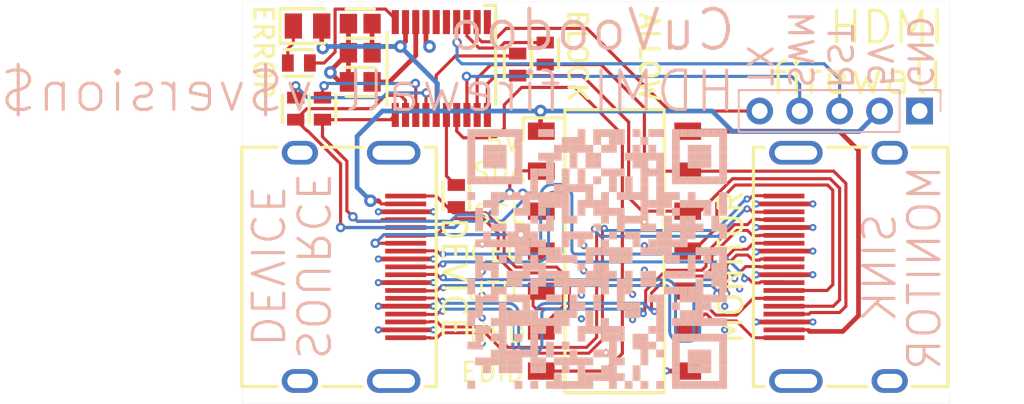
<source format=kicad_pcb>
(kicad_pcb (version 20211014) (generator pcbnew)

  (general
    (thickness 1.59)
  )

  (paper "A4")
  (title_block
    (title "HDMI firewall")
    (date "$date$")
    (rev "$version$.$revision$")
    (company "CuVoodoo")
    (comment 1 "King Kévin")
    (comment 2 "CERN-OHL-S")
  )

  (layers
    (0 "F.Cu" signal)
    (1 "In1.Cu" power)
    (2 "In2.Cu" power)
    (31 "B.Cu" signal)
    (33 "F.Adhes" user "F.Adhesive")
    (35 "F.Paste" user)
    (36 "B.SilkS" user "B.Silkscreen")
    (37 "F.SilkS" user "F.Silkscreen")
    (38 "B.Mask" user)
    (39 "F.Mask" user)
    (40 "Dwgs.User" user "User.Drawings")
    (44 "Edge.Cuts" user)
    (45 "Margin" user)
    (46 "B.CrtYd" user "B.Courtyard")
    (47 "F.CrtYd" user "F.Courtyard")
    (48 "B.Fab" user)
    (49 "F.Fab" user)
  )

  (setup
    (stackup
      (layer "F.SilkS" (type "Top Silk Screen") (color "White"))
      (layer "F.Paste" (type "Top Solder Paste"))
      (layer "F.Mask" (type "Top Solder Mask") (color "Green") (thickness 0.01))
      (layer "F.Cu" (type "copper") (thickness 0.035))
      (layer "dielectric 1" (type "core") (thickness 0.2) (material "FR4") (epsilon_r 4.6) (loss_tangent 0.02))
      (layer "In1.Cu" (type "copper") (thickness 0.0175))
      (layer "dielectric 2" (type "prepreg") (thickness 1.065) (material "FR4") (epsilon_r 4.6) (loss_tangent 0.02))
      (layer "In2.Cu" (type "copper") (thickness 0.0175))
      (layer "dielectric 3" (type "core") (thickness 0.2) (material "FR4") (epsilon_r 4.6) (loss_tangent 0.02))
      (layer "B.Cu" (type "copper") (thickness 0.035))
      (layer "B.Mask" (type "Bottom Solder Mask") (color "Green") (thickness 0.01))
      (layer "B.SilkS" (type "Bottom Silk Screen") (color "White"))
      (copper_finish "None")
      (dielectric_constraints yes)
    )
    (pad_to_mask_clearance 0)
    (pcbplotparams
      (layerselection 0x00010fc_ffffffff)
      (disableapertmacros false)
      (usegerberextensions false)
      (usegerberattributes true)
      (usegerberadvancedattributes true)
      (creategerberjobfile true)
      (svguseinch false)
      (svgprecision 6)
      (excludeedgelayer true)
      (plotframeref false)
      (viasonmask false)
      (mode 1)
      (useauxorigin false)
      (hpglpennumber 1)
      (hpglpenspeed 20)
      (hpglpendiameter 15.000000)
      (dxfpolygonmode true)
      (dxfimperialunits true)
      (dxfusepcbnewfont true)
      (psnegative false)
      (psa4output false)
      (plotreference true)
      (plotvalue true)
      (plotinvisibletext false)
      (sketchpadsonfab false)
      (subtractmaskfromsilk false)
      (outputformat 1)
      (mirror false)
      (drillshape 1)
      (scaleselection 1)
      (outputdirectory "")
    )
  )

  (net 0 "")
  (net 1 "GND")
  (net 2 "Net-(C1-Pad2)")
  (net 3 "+5V")
  (net 4 "Net-(D1-Pad1)")
  (net 5 "/D2+")
  (net 6 "/D2-")
  (net 7 "/D1+")
  (net 8 "/D1-")
  (net 9 "/D0+")
  (net 10 "/D0-")
  (net 11 "/CK+")
  (net 12 "/CK-")
  (net 13 "/CEC")
  (net 14 "/HEAC_D+")
  (net 15 "/SCL_SRC")
  (net 16 "/SDA_SRC")
  (net 17 "/HEAC_D-")
  (net 18 "Net-(J2-Pad13)")
  (net 19 "/HEAC_SNK+")
  (net 20 "/SCL_SNK")
  (net 21 "/SDA_SNK")
  (net 22 "Net-(SW1-Pad14)")
  (net 23 "/HEAC_SNK-")
  (net 24 "/RST")
  (net 25 "/SWIM")
  (net 26 "/TX")
  (net 27 "/HPD_PU")
  (net 28 "Net-(R4-Pad1)")
  (net 29 "/SDA_SRC_PU")
  (net 30 "/EDID")
  (net 31 "/SCL_SRC_PU")
  (net 32 "unconnected-(U1-Pad5)")
  (net 33 "/SCL_SNK_PU")
  (net 34 "/SDA_SNK_PU")
  (net 35 "unconnected-(U1-Pad6)")
  (net 36 "unconnected-(U1-Pad1)")

  (footprint "qeda:UC1608X55N" (layer "F.Cu") (at 67.1 61.45))

  (footprint "qeda:UC1608X55N" (layer "F.Cu") (at 52.95 64.95 180))

  (footprint "qeda:CONNECTOR_HDMI-001S" (layer "F.Cu") (at 86.5 75 -90))

  (footprint "kikit:Tab" (layer "F.Cu") (at 47.6 75))

  (footprint "qeda:CAPC1608X92N" (layer "F.Cu") (at 55.35 61.4 90))

  (footprint "qeda:SOP254P976X355-14N" (layer "F.Cu") (at 71.5 74))

  (footprint "qeda:CONNECTOR_HDMI-001S" (layer "F.Cu") (at 54 75 90))

  (footprint "qeda:LEDC2012X80N" (layer "F.Cu") (at 52 59.7 90))

  (footprint "qeda:CAPC1608X92N" (layer "F.Cu") (at 55.35 59.55 90))

  (footprint "qeda:UC1608X55N" (layer "F.Cu") (at 65.35 62.15 180))

  (footprint "qeda:UC1608X55N" (layer "F.Cu") (at 51.25 64.95 180))

  (footprint "qeda:SOP65P640X120-20N" (layer "F.Cu") (at 60.5 62.4 -90))

  (footprint "kikit:Tab" (layer "F.Cu") (at 93.05 75 180))

  (footprint "qeda:UC1608X55N" (layer "F.Cu") (at 61.45 70.5 180))

  (footprint "qeda:CAPC1608X92N" (layer "F.Cu") (at 55.35 63.25 90))

  (footprint "qeda:UC1608X55N" (layer "F.Cu") (at 51.45 62.05 -90))

  (footprint "Connector_PinSocket_2.54mm:PinSocket_1x05_P2.54mm_Vertical" (layer "B.Cu") (at 90.88 65.1 90))

  (footprint "custom:qr" (layer "B.Cu") (at 70.4 74.5 180))

  (gr_rect (start 47.85 58.15) (end 92.8 83.7) (layer "Edge.Cuts") (width 0.01) (fill none) (tstamp f0146902-4434-4b0f-b356-212cd68fedb2))
  (gr_text "TX" (at 80.7 63.65 270) (layer "B.SilkS") (tstamp 0c5f848f-0019-403a-82c9-a37b1ed1c370)
    (effects (font (size 1.5 1.5) (thickness 0.2)) (justify left mirror))
  )
  (gr_text "5V" (at 88.35 63.65 270) (layer "B.SilkS") (tstamp 1cdc715f-35da-4031-90b3-2b1ff424be14)
    (effects (font (size 1.5 1.5) (thickness 0.2)) (justify left mirror))
  )
  (gr_text "DEVICE" (at 49.4 74.95 270) (layer "B.SilkS") (tstamp 2c597ce7-f11b-4c21-aadd-c78376cd4545)
    (effects (font (size 2 2) (thickness 0.2)) (justify mirror))
  )
  (gr_text "HDMI firewall v$version$" (at 79.35 63.85) (layer "B.SilkS") (tstamp 47d2de52-f49e-423a-b420-37362595aee9)
    (effects (font (size 2.5 2.5) (thickness 0.2)) (justify left mirror))
  )
  (gr_text "RST" (at 85.8 63.8 270) (layer "B.SilkS") (tstamp 740fd393-eab6-46ac-8b63-b338c8b36286)
    (effects (font (size 1.5 1.5) (thickness 0.2)) (justify left mirror))
  )
  (gr_text "SINK" (at 88.35 75.05 90) (layer "B.SilkS") (tstamp 7cba4e0b-0649-45cd-8cb6-8dd5b80fbe60)
    (effects (font (size 2 2) (thickness 0.2)) (justify mirror))
  )
  (gr_text "GND" (at 90.88 63.77 270) (layer "B.SilkS") (tstamp 83c32e93-ec61-4fc4-bcb8-11c9d1bb60e5)
    (effects (font (size 1.5 1.5) (thickness 0.2)) (justify left mirror))
  )
  (gr_text "MONITOR" (at 91.2 75.05 90) (layer "B.SilkS") (tstamp b7a9cebd-bbc2-4903-8147-14f38735f3a2)
    (effects (font (size 2 2) (thickness 0.2)) (justify mirror))
  )
  (gr_text "CuVoodoo" (at 79.35 59.95) (layer "B.SilkS") (tstamp e33f2640-6147-4605-84c4-295ca3d1c887)
    (effects (font (size 2.5 2.5) (thickness 0.25)) (justify left mirror))
  )
  (gr_text "SWM" (at 83.3 63.75 270) (layer "B.SilkS") (tstamp ef25fc1a-2019-46ad-a259-cfd9f82b52be)
    (effects (font (size 1.5 1.5) (thickness 0.2)) (justify left mirror))
  )
  (gr_text "SOURCE" (at 52.3 74.95 270) (layer "B.SilkS") (tstamp ef4847e7-89c8-4006-8a67-c07998e5f164)
    (effects (font (size 2 2) (thickness 0.2)) (justify mirror))
  )
  (gr_text "HPD" (at 66 79.2) (layer "F.SilkS") (tstamp 2763916d-9ecc-4556-9441-121441775248)
    (effects (font (size 1.2 1.2) (thickness 0.16)) (justify right))
  )
  (gr_text "ERROR" (at 49.2 64.45 270) (layer "F.SilkS") (tstamp 497d903d-a683-4b2e-b5d4-2286f1cfcbad)
    (effects (font (size 1.2 1.2) (thickness 0.2)) (justify right))
  )
  (gr_text "EDID" (at 65.9 81.7) (layer "F.SilkS") (tstamp 4dee5168-4f51-483e-9d9a-37d92ae901ea)
    (effects (font (size 1.2 1.2) (thickness 0.16)) (justify right))
  )
  (gr_text "SDA" (at 65.95 69) (layer "F.SilkS") (tstamp 5dfa2e7f-530f-44ae-905f-bddb3d619752)
    (effects (font (size 1.2 1.2) (thickness 0.16)) (justify right))
  )
  (gr_text "MONITOR" (at 78.9 75 90) (layer "F.SilkS") (tstamp 6d59aa18-c021-422f-ad9f-81837e6c0b48)
    (effects (font (size 1.5 1.5) (thickness 0.2)))
  )
  (gr_text "BLOCK" (at 69.15 64.65 270) (layer "F.SilkS") (tstamp 83fbe59b-a59c-4098-8d1f-4a61a45b5486)
    (effects (font (size 1.2 1.2) (thickness 0.2)) (justify right))
  )
  (gr_text "SCL" (at 65.95 71.65) (layer "F.SilkS") (tstamp 89c8a35d-3c44-4e2a-86f8-0957371e37cd)
    (effects (font (size 1.2 1.2) (thickness 0.16)) (justify right))
  )
  (gr_text "UTIL" (at 65.9 76.6) (layer "F.SilkS") (tstamp 98de9a7e-656d-4135-8bd0-809035f2e3a3)
    (effects (font (size 1.2 1.2) (thickness 0.16)) (justify right))
  )
  (gr_text "HDMI\nfirewall" (at 92.6 61.4) (layer "F.SilkS") (tstamp a8ba6a4c-c8c9-43af-b001-3e1850f5f57a)
    (effects (font (size 2 2) (thickness 0.2)) (justify right))
  )
  (gr_text "CEC" (at 65.9 74.1) (layer "F.SilkS") (tstamp ad6729fb-9aa4-42bf-afee-63f6d49c5850)
    (effects (font (size 1.2 1.2) (thickness 0.16)) (justify right))
  )
  (gr_text "5V" (at 65.6 67.1) (layer "F.SilkS") (tstamp c9706b15-2062-431c-a6e4-3d87a8073382)
    (effects (font (size 1.2 1.2) (thickness 0.16)) (justify right))
  )
  (gr_text "ALLOW" (at 73.7 64.6 270) (layer "F.SilkS") (tstamp d6e6acfd-ff08-405f-83ab-b581ecd673c2)
    (effects (font (size 1.2 1.2) (thickness 0.2)) (justify right))
  )
  (gr_text "DEVICE" (at 61.3 75.7 270) (layer "F.SilkS") (tstamp fe79ef0f-61de-44d4-bd3f-a04037e674f7)
    (effects (font (size 1.5 1.5) (thickness 0.2)))
  )

  (segment (start 82.265 71) (end 80.5 71) (width 0.3) (layer "F.Cu") (net 1) (tstamp 030ef409-0b8b-4748-b7c1-c06cdcec382f))
  (segment (start 54.6 61.4) (end 53.45227 62.54773) (width 0.3) (layer "F.Cu") (net 1) (tstamp 0923a501-3332-4d74-9a1d-615f108b72f0))
  (segment (start 60 77.5) (end 58.235 77.5) (width 0.3) (layer "F.Cu") (net 1) (tstamp 13c513c0-2797-4fab-bb0b-631564f96e84))
  (segment (start 59.75 61) (end 59.525 60.775) (width 0.3) (layer "F.Cu") (net 1) (tstamp 16eca261-73f9-4613-aed1-9a83ff90830f))
  (segment (start 80.55 74) (end 80.5 74.05) (width 0.3) (layer "F.Cu") (net 1) (tstamp 199862ed-46c9-48b0-9a34-16f964f2b67c))
  (segment (start 82.265 71) (end 84.1 71) (width 0.3) (layer "F.Cu") (net 1) (tstamp 1e105fb8-f4a3-46ed-ab85-cfbb820f701a))
  (segment (start 74.82 81.62) (end 74.8 81.6) (width 0.3) (layer "F.Cu") (net 1) (tstamp 208199e5-c54a-41a6-b035-22d52b6c168a))
  (segment (start 82.265 78.5) (end 84.1 78.5) (width 0.3) (layer "F.Cu") (net 1) (tstamp 31b28111-e171-4187-9ddf-202037d12ca1))
  (segment (start 59.525 60.775) (end 59.525 59.45) (width 0.3) (layer "F.Cu") (net 1) (tstamp 3f4d465b-8f99-45ef-bd1d-306058a78e1f))
  (segment (start 82.265 75.5) (end 84.1 75.5) (width 0.3) (layer "F.Cu") (net 1) (tstamp 437cd497-cd5a-408b-83c2-96d66eaa34e9))
  (segment (start 82.265 72.5) (end 84.1 72.5) (width 0.3) (layer "F.Cu") (net 1) (tstamp 4b8b41b0-d4b5-4613-be35-772c57e0a873))
  (segment (start 82.265 74) (end 80.55 74) (width 0.3) (layer "F.Cu") (net 1) (tstamp 4c575d4c-696c-425d-9ff8-04beb7aed8cd))
  (segment (start 58.235 74.5) (end 56.5 74.5) (width 0.3) (layer "F.Cu") (net 1) (tstamp 5608f937-7766-49ea-9dcf-ba5101e43643))
  (segment (start 54.6 62.35) (end 54.6 61.4) (width 0.3) (layer "F.Cu") (net 1) (tstamp 64764f21-bed4-48d1-aeee-18e56b7724ac))
  (segment (start 76.15 81.62) (end 74.82 81.62) (width 0.3) (layer "F.Cu") (net 1) (tstamp 747073eb-53e7-442f-9534-47a84da741fb))
  (segment (start 82.265 75.5) (end 80.5 75.5) (width 0.3) (layer "F.Cu") (net 1) (tstamp 7604004b-c093-4f13-ba1c-ec520e3d57e9))
  (segment (start 80.5 78.5) (end 82.265 78.5) (width 0.3) (layer "F.Cu") (net 1) (tstamp 7defaae6-a866-44cd-a66f-77359d319367))
  (segment (start 53.45227 62.54773) (end 53.45227 62.6505) (width 0.3) (layer "F.Cu") (net 1) (tstamp 848312ed-a3d0-48e3-9769-fc432d6ac9ee))
  (segment (start 54.6 63.25) (end 54.6 62.35) (width 0.3) (layer "F.Cu") (net 1) (tstamp 9c6e3529-800f-4fc7-bd4d-e8dfb8025f43))
  (segment (start 53.45227 62.6505) (end 54.05177 63.25) (width 0.3) (layer "F.Cu") (net 1) (tstamp 9e42e302-1e7a-4d31-8355-842e0f63a38f))
  (segment (start 58.235 76) (end 56.5 76) (width 0.3) (layer "F.Cu") (net 1) (tstamp a007faf4-14b9-4ecd-b115-e2dddc697411))
  (segment (start 82.265 74) (end 84.1 74) (width 0.3) (layer "F.Cu") (net 1) (tstamp ae7bd550-8e0d-4f62-b9b7-a7df709bb3ba))
  (segment (start 58.235 71.5) (end 60 71.5) (width 0.3) (layer "F.Cu") (net 1) (tstamp b597e2cc-ba82-48ef-9f7b-8d2f14850382))
  (segment (start 58.235 77.5) (end 56.5 77.5) (width 0.3) (layer "F.Cu") (net 1) (tstamp b796e7ba-75e9-4204-bfd0-7de2ee636f1c))
  (segment (start 58.235 74.5) (end 60 74.5) (width 0.3) (layer "F.Cu") (net 1) (tstamp b8261154-629a-4363-bb06-420b6c604c2f))
  (segment (start 60 79) (end 58.235 79) (width 0.3) (layer "F.Cu") (net 1) (tstamp b909327e-a584-45b5-84ed-0ad275fbc7e2))
  (segment (start 58.235 79) (end 56.5 79) (width 0.3) (layer "F.Cu") (net 1) (tstamp c76c9861-8233-4ce5-823b-3b9b2d7ab6b6))
  (segment (start 80.5 72.5) (end 82.265 72.5) (width 0.3) (layer "F.Cu") (net 1) (tstamp d07bf469-9c65-4e19-abdc-0e9808d255b5))
  (segment (start 60 76) (end 58.235 76) (width 0.3) (layer "F.Cu") (net 1) (tstamp d5a0d335-4cc3-4ce4-b512-7d024da7957a))
  (segment (start 54.05177 63.25) (end 54.6 63.25) (width 0.3) (layer "F.Cu") (net 1) (tstamp ebe855cc-34bc-42f2-b62e-0c0a60b7b6ac))
  (segment (start 54.6 61.4) (end 54.6 59.55) (width 0.3) (layer "F.Cu") (net 1) (tstamp f85c731f-a1ea-46ef-aa7b-a38fe5bc0c71))
  (segment (start 58.235 71.5) (end 56.5 71.5) (width 0.3) (layer "F.Cu") (net 1) (tstamp fa5b9160-84c1-4398-a844-8dcce0b20d5a))
  (via (at 78.5 77.5) (size 0.45) (drill 0.2) (layers "F.Cu" "B.Cu") (free) (net 1) (tstamp 13156a3b-ca30-43a7-a050-d574dd9061e1))
  (via (at 56.5 71.5) (size 0.45) (drill 0.2) (layers "F.Cu" "B.Cu") (free) (net 1) (tstamp 1b5b5bad-4c27-4249-af50-2541dad5fa2c))
  (via (at 60 74.5) (size 0.45) (drill 0.2) (layers "F.Cu" "B.Cu") (free) (net 1) (tstamp 1c5e9f0d-68d2-4c12-a5e8-48104048e35c))
  (via (at 84.1 72.5) (size 0.45) (drill 0.2) (layers "F.Cu" "B.Cu") (free) (net 1) (tstamp 2198bf5f-4db5-402d-aeb9-b94b121b1a3b))
  (via (at 73.4 73.65) (size 0.45) (drill 0.2) (layers "F.Cu" "B.Cu") (free) (net 1) (tstamp 230b25cc-e2aa-41e0-8891-08c9246b82d6))
  (via (at 56.5 76) (size 0.45) (drill 0.2) (layers "F.Cu" "B.Cu") (free) (net 1) (tstamp 25915e41-795d-42e2-abd2-cf64c0e69c20))
  (via (at 78.5 79) (size 0.45) (drill 0.2) (layers "F.Cu" "B.Cu") (free) (net 1) (tstamp 2ef38574-8043-4097-a6fd-ae69406945f3))
  (via (at 73.4 72.15) (size 0.45) (drill 0.2) (layers "F.Cu" "B.Cu") (free) (net 1) (tstamp 311d7601-769e-4dd5-9372-55a086801313))
  (via (at 84.1 78.5) (size 0.45) (drill 0.2) (layers "F.Cu" "B.Cu") (free) (net 1) (tstamp 33799ef9-48a6-49f5-bd14-2b77e65dcf1d))
  (via (at 80.5 71) (size 0.45) (drill 0.2) (layers "F.Cu" "B.Cu") (free) (net 1) (tstamp 3df18c45-3271-407e-96f6-36c1cc3c2a8f))
  (via (at 70.95 80.45) (size 0.45) (drill 0.2) (layers "F.Cu" "B.Cu") (free) (net 1) (tstamp 49e2fa09-97e2-4d2f-aa19-0cf1a58f3c7a))
  (via (at 73.4 75.20517) (size 0.45) (drill 0.2) (layers "F.Cu" "B.Cu") (free) (net 1) (tstamp 52e50b84-bed4-4e6a-9afe-d8affbbe8324))
  (via (at 79.65 73.25) (size 0.45) (drill 0.2) (layers "F.Cu" "B.Cu") (free) (net 1) (tstamp 5ad761ca-5dda-460b-83ba-4ff93d01ab7f))
  (via (at 59.75 61) (size 0.8) (drill 0.4) (layers "F.Cu" "B.Cu") (free) (net 1) (tstamp 5afe85f4-f78a-4e0f-be10-eba839eb97a1))
  (via (at 56.5 77.5) (size 0.45) (drill 0.2) (layers "F.Cu" "B.Cu") (free) (net 1) (tstamp 5d73ed84-2da5-4113-943d-b00923919726))
  (via (at 60 79) (size 0.45) (drill 0.2) (layers "F.Cu" "B.Cu") (free) (net 1) (tstamp 60e564b8-f8ff-45bd-ad02-02ecbad1743b))
  (via (at 80.5 78.5) (size 0.45) (drill 0.2) (layers "F.Cu" "B.Cu") (free) (net 1) (tstamp 60fbf618-acc9-4b1b-9b1b-c511379d9387))
  (via (at 69.4 76.79483) (size 0.45) (drill 0.2) (layers "F.Cu" "B.Cu") (free) (net 1) (tstamp 7eaafd7e-21f6-440f-b525-a59e0522084f))
  (via (at 84.1 74) (size 0.45) (drill 0.2) (layers "F.Cu" "B.Cu") (free) (net 1) (tstamp 81d08eb9-eff3-44f2-b81a-11643210ae93))
  (via (at 63.1 73.55) (size 0.45) (drill 0.2) (layers "F.Cu" "B.Cu") (free) (net 1) (tstamp 8b15f369-8d44-420a-92b5-c5a407a299f3))
  (via (at 72.65 78.35) (size 0.45) (drill 0.2) (layers "F.Cu" "B.Cu") (free) (net 1) (tstamp 8d22862b-de61-4fb8-b9f7-aacd7849072f))
  (via (at 80.5 72.5) (size 0.45) (drill 0.2) (layers "F.Cu" "B.Cu") (free) (net 1) (tstamp 8d370db9-a62f-447f-83e6-7736291ea0c5))
  (via (at 69.55 73.65) (size 0.45) (drill 0.2) (layers "F.Cu" "B.Cu") (free) (net 1) (tstamp 8dff5c54-6793-4630-8415-f111e79951ff))
  (via (at 69.4 78.3) (size 0.45) (drill 0.2) (layers "F.Cu" "B.Cu") (free) (net 1) (tstamp 9d3e06e5-3c3f-4f9f-9eeb-1eb5d42fe85f))
  (via (at 72.65 76.75) (size 0.45) (drill 0.2) (layers "F.Cu" "B.Cu") (free) (net 1) (tstamp 9fdb9a90-712c-434a-af63-c0c7625daf38))
  (via (at 63.1 79.85) (size 0.45) (drill 0.2) (layers "F.Cu" "B.Cu") (free) (net 1) (tstamp a510673f-d202-4062-8a2b-ef224cbcc369))
  (via (at 63.1 76.8) (size 0.45) (drill 0.2) (layers "F.Cu" "B.Cu") (free) (net 1) (tstamp a7f41697-57ed-4434-893b-c2c5d3b2644d))
  (via (at 69.55 75.25) (size 0.45) (drill 0.2) (layers "F.Cu" "B.Cu") (free) (net 1) (tstamp ae5eceff-6820-4ae8-9a22-39b968883ac8))
  (via (at 56.5 74.5) (size 0.45) (drill 0.2) (layers "F.Cu" "B.Cu") (free) (net 1) (tstamp aec6c0cc-f3d8-4468-a024-36d4c392eead))
  (via (at 84.1 71) (size 0.45) (drill 0.2) (layers "F.Cu" "B.Cu") (free) (net 1) (tstamp b267e1f3-893f-4400-952a-76802bd4a6c6))
  (via (at 56.5 79) (size 0.45) (drill 0.2) (layers "F.Cu" "B.Cu") (free) (net 1) (tstamp b47714ce-d7cd-4b5d-b81c-4b0762667678))
  (via (at 60 77.5) (size 0.45) (drill 0.2) (layers "F.Cu" "B.Cu") (free) (net 1) (tstamp ba294fbe-c7a4-4d56-ae9d-5926e77ea062))
  (via (at 60 71.5) (size 0.45) (drill 0.2) (layers "F.Cu" "B.Cu") (free) (net 1) (tstamp bddc7151-0248-4511-a07e-af73a6a2f1ca))
  (via (at 84.1 75.5) (size 0.45) (drill 0.2) (layers "F.Cu" "B.Cu") (free) (net 1) (tstamp be1ce85c-d12a-41cd-8769-b083485f97e5))
  (via (at 53.45227 62.6505) (size 0.8) (drill 0.4) (layers "F.Cu" "B.Cu") (net 1) (tstamp c326ca7a-bd6c-4a24-8168-8d9a69cc4834))
  (via (at 80.5 74.05) (size 0.45) (drill 0.2) (layers "F.Cu" "B.Cu") (free) (net 1) (tstamp c3f6502e-b8d4-4645-a60f-22ebde1d6659))
  (via (at 79.45 76.4) (size 0.45) (drill 0.2) (layers "F.Cu" "B.Cu") (free) (net 1) (tstamp cc9340a7-45be-4f1e-b464-6ee8773fc97b))
  (via (at 60 76) (size 0.45) (drill 0.2) (layers "F.Cu" "B.Cu") (free) (net 1) (tstamp d521dab0-da72-440b-b930-1c6f2dcb7c45))
  (via (at 63.1 75.3) (size 0.45) (drill 0.2) (layers "F.Cu" "B.Cu") (free) (net 1) (tstamp d694ed74-4d5e-45d9-8d08-dd40bf37bae5))
  (via (at 63.1 78.25) (size 0.45) (drill 0.2) (layers "F.Cu" "B.Cu") (free) (net 1) (tstamp df853400-e04f-45ba-bd61-169414949bf4))
  (via (at 80.5 75.5) (size 0.45) (drill 0.2) (layers "F.Cu" "B.Cu") (free) (net 1) (tstamp ee679fbd-8e84-4712-b231-64c221cbec70))
  (via (at 74.8 81.6) (size 0.45) (drill 0.2) (layers "F.Cu" "B.Cu") (net 1) (tstamp f7210ace-0e6f-441b-a219-7c25cfc1a7ea))
  (segment (start 58.875 59.45) (end 58.875 61.575) (width 0.3) (layer "F.Cu") (net 2) (tstamp 01743abb-c5e0-4b79-8672-ce316df10ea1))
  (segment (start 58.875 61.575) (end 57.2 63.25) (width 0.3) (layer "F.Cu") (net 2) (tstamp 0c19d9be-ba37-40b3-a078-eb09c8f081fa))
  (segment (start 57.2 63.25) (end 56.1 63.25) (width 0.3) (layer "F.Cu") (net 2) (tstamp 7d343512-3925-45ee-b49b-f02f2128973e))
  (segment (start 56.685 71) (end 56.685 70.985) (width 0.2) (layer "F.Cu") (net 3) (tstamp 0613cd62-c856-4ec5-a99a-5da2dede3483))
  (segment (start 66.8 66.33) (end 66.85 66.38) (width 0.3) (layer "F.Cu") (net 3) (tstamp 15c3ec50-ed6e-474d-93fc-380532f86427))
  (segment (start 57.9 61) (end 58.225 60.675) (width 0.3) (layer "F.Cu") (net 3) (tstamp 40192e05-fdcb-49fe-9971-2d6b10586ca7))
  (segment (start 56.1 59.55) (end 56.1 61.4) (width 0.3) (layer "F.Cu") (net 3) (tstamp 58b72c21-b46d-4795-b794-36822a91a519))
  (segment (start 56.5 70.8) (end 56.55 70.85) (width 0.3) (layer "F.Cu") (net 3) (tstamp 84080fb2-1fc4-40b6-96c3-58f56a7750cc))
  (segment (start 66.8 65.1) (end 66.8 66.33) (width 0.3) (layer "F.Cu") (net 3) (tstamp 855ebf52-6f21-4e3c-8766-cf62a4b952a8))
  (segment (start 56 70.8) (end 56.5 70.8) (width 0.3) (layer "F.Cu") (net 3) (tstamp 95c2e0ff-4d95-450f-936f-a7441bc0dd17))
  (segment (start 52.966412 61.094344) (end 52.9 61.027932) (width 0.3) (layer "F.Cu") (net 3) (tstamp 9a8726db-b7a8-41d8-bb21-70e7a414e68d))
  (segment (start 52.9 61.027932) (end 52.9 59.7) (width 0.3) (layer "F.Cu") (net 3) (tstamp 9e60d605-b59b-451d-b313-be53ac85405c))
  (segment (start 58.235 71) (end 56.685 71) (width 0.2) (layer "F.Cu") (net 3) (tstamp b426becf-a115-4a2c-9745-bc03d795e525))
  (segment (start 56.685 70.985) (end 56.55 70.85) (width 0.2) (layer "F.Cu") (net 3) (tstamp db1674f5-b305-44f9-8f2f-c629f0009701))
  (segment (start 58.225 60.675) (end 58.225 59.45) (width 0.3) (layer "F.Cu") (net 3) (tstamp e42cf9c4-2251-48e5-a362-0f329efc5607))
  (segment (start 56.5 61) (end 56.1 61.4) (width 0.3) (layer "F.Cu") (net 3) (tstamp eb63b2ff-ce36-4f19-a974-96fc6b1fc1ce))
  (segment (start 57.9 61) (end 56.5 61) (width 0.3) (layer "F.Cu") (net 3) (tstamp ff3406b7-2c8c-4c98-af40-c7606dd15f25))
  (via (at 57.9 61) (size 0.8) (drill 0.4) (layers "F.Cu" "B.Cu") (remove_unused_layers) (net 3) (tstamp 1a8805c9-ca76-460d-b226-d86aa3bcba6e))
  (via (at 56 70.8) (size 0.8) (drill 0.4) (layers "F.Cu" "B.Cu") (remove_unused_layers) (net 3) (tstamp 67996be3-9c22-4f3b-85cf-42e16608008a))
  (via (at 52.966412 61.094344) (size 0.8) (drill 0.4) (layers "F.Cu" "B.Cu") (remove_unused_layers) (net 3) (tstamp 71a98b74-5017-4209-a3e2-f19e13df2d98))
  (via (at 66.8 65.1) (size 0.8) (drill 0.4) (layers "F.Cu" "B.Cu") (remove_unused_layers) (net 3) (tstamp c6c4f6bc-b420-494c-8c0a-2fdcb2abc42b))
  (segment (start 55.15 69.95) (end 56 70.8) (width 0.3) (layer "B.Cu") (net 3) (tstamp 1f5fa1bf-cdf3-4e0e-8265-2d4539d7c5b9))
  (segment (start 60.25 63.35) (end 60.25 65.1) (width 0.3) (layer "B.Cu") (net 3) (tstamp 2109ea1d-e3da-44d7-8875-15601dc5d38d))
  (segment (start 53.060756 61) (end 57.9 61) (width 0.3) (layer "B.Cu") (net 3) (tstamp 27d941af-f038-4cad-b7e3-7f514fa792c6))
  (segment (start 66.8 65.1) (end 77.7 65.1) (width 0.3) (layer "B.Cu") (net 3) (tstamp 283a244f-69a1-4bee-a59a-a3c1d1025378))
  (segment (start 56.75 65.1) (end 55.15 66.7) (width 0.3) (layer "B.Cu") (net 3) (tstamp 3a167542-3fb1-4bca-8a11-896e4daabe7c))
  (segment (start 57.9 61) (end 60.25 63.35) (width 0.3) (layer "B.Cu") (net 3) (tstamp 4deaae67-8334-4fc0-99f8-587f5dc2689a))
  (segment (start 60.25 65.1) (end 66.8 65.1) (width 0.3) (layer "B.Cu") (net 3) (tstamp 6385dcc3-0dc5-4b5e-93ae-3113667e177b))
  (segment (start 87.04 66.4) (end 88.34 65.1) (width 0.3) (layer "B.Cu") (net 3) (tstamp a065b7ca-86af-4cfa-a19c-15ddcb0cd39e))
  (segment (start 60.25 65.1) (end 56.75 65.1) (width 0.3) (layer "B.Cu") (net 3) (tstamp ae15a194-d11b-4315-89d0-697a34fd1fd5))
  (segment (start 77.7 65.1) (end 79 66.4) (width 0.3) (layer "B.Cu") (net 3) (tstamp b5902621-55d4-45e9-8fa6-43b4e8e2033f))
  (segment (start 55.15 66.7) (end 55.15 69.95) (width 0.3) (layer "B.Cu") (net 3) (tstamp d7f2381b-20a2-4671-9536-190d9e5ee1c9))
  (segment (start 79 66.4) (end 87.04 66.4) (width 0.3) (layer "B.Cu") (net 3) (tstamp dba1dea2-f586-44ed-bd53-3a703895fb5e))
  (segment (start 52.966412 61.094344) (end 53.060756 61) (width 0.3) (layer "B.Cu") (net 3) (tstamp dc3fffdd-c875-4789-a87b-ffbec869f2c3))
  (segment (start 50.75 61.15) (end 50.75 62.05) (width 0.2) (layer "F.Cu") (net 4) (tstamp 55ad65a7-cf28-445f-a559-6c093d115e1b))
  (segment (start 51.1 59.7) (end 51.1 60.8) (width 0.2) (layer "F.Cu") (net 4) (tstamp 7f37687c-2abf-4736-9b0d-0a8b6b07c9c1))
  (segment (start 51.1 60.8) (end 50.75 61.15) (width 0.2) (layer "F.Cu") (net 4) (tstamp 90398640-d723-4646-acbb-14623473de84))
  (segment (start 81.115 70.5) (end 81.094115 70.479115) (width 0.19177) (layer "F.Cu") (net 5) (tstamp 061885af-3b9e-4f08-ade6-dedf770b373f))
  (segment (start 69.876541 80.484785) (end 64.573459 80.484785) (width 0.19177) (layer "F.Cu") (net 5) (tstamp 0af4a12d-a7f2-44d8-aade-f1f9bb6e9c9c))
  (segment (start 59.763357 79.5) (end 58.235 79.5) (width 0.19177) (layer "F.Cu") (net 5) (tstamp 2926282b-fec0-4ea1-818a-eea151f709cd))
  (segment (start 64.573459 80.484785) (end 63.273459 79.184785) (width 0.19177) (layer "F.Cu") (net 5) (tstamp 34d3efab-f6d6-41dc-93da-e766db6a4c94))
  (segment (start 60.215758 79.520885) (end 59.784242 79.520885) (width 0.19177) (layer "F.Cu") (net 5) (tstamp 3b882fb6-d513-4f1b-a0df-969fa7b1824f))
  (segment (start 80.001313 70.762043) (end 79.92537 70.6861) (width 0.19177) (layer "F.Cu") (net 5) (tstamp 3cef9169-0ea5-437f-baf5-3291dc806823))
  (segment (start 63.273459 79.184785) (end 60.551858 79.184785) (width 0.19177) (layer "F.Cu") (net 5) (tstamp 40fd4afb-5608-48e3-8050-ff92fe874c23))
  (segment (start 60.551858 79.184785) (end 60.215758 79.520885) (width 0.19177) (layer "F.Cu") (net 5) (tstamp 4903ce85-4786-4bc4-a873-bab1fe3abc46))
  (segment (start 70.734785 79.626541) (end 69.876541 80.484785) (width 0.19177) (layer "F.Cu") (net 5) (tstamp 58b642fb-5c53-4374-9137-9932be170e4b))
  (segment (start 80.284242 70.479115) (end 80.001313 70.762043) (width 0.19177) (layer "F.Cu") (net 5) (tstamp 6ae0661f-a6ea-457c-919b-91a8cd2d0db0))
  (segment (start 70.734785 72.66703) (end 70.734785 79.626541) (width 0.19177) (layer "F.Cu") (net 5) (tstamp 7d973f9e-3b25-4d7f-afb9-43d562de4493))
  (segment (start 82.265 70.5) (end 81.115 70.5) (width 0.19177) (layer "F.Cu") (net 5) (tstamp d3e3f7b7-20fe-4acb-b72c-b08208f4c365))
  (segment (start 59.784242 79.520885) (end 59.763357 79.5) (width 0.19177) (layer "F.Cu") (net 5) (tstamp db56bbd9-46a6-489d-8ee8-a69e67d6b668))
  (segment (start 81.094115 70.479115) (end 80.284242 70.479115) (width 0.19177) (layer "F.Cu") (net 5) (tstamp e1d1c852-9615-4e57-9294-bb02979a3a37))
  (segment (start 70.85 72.551815) (end 70.734785 72.66703) (width 0.19177) (layer "F.Cu") (net 5) (tstamp e2dddfee-8122-4792-b338-51e11f6387a1))
  (via (at 70.85 72.551815) (size 0.45) (drill 0.2) (layers "F.Cu" "B.Cu") (remove_unused_layers) (net 5) (tstamp 2ff4cd78-684a-4963-aea1-bc332d491c08))
  (via (at 79.92537 70.6861) (size 0.45) (drill 0.2) (layers "F.Cu" "B.Cu") (remove_unused_layers) (net 5) (tstamp e8c26f87-bb4e-4135-8dd2-c9b0ddffc1cd))
  (segment (start 70.989528 72.691343) (end 77.920127 72.691343) (width 0.19177) (layer "B.Cu") (net 5) (tstamp 0e958c1f-6f72-4ac7-bfe1-ccedfcc0dc77))
  (segment (start 79.426685 71.184785) (end 79.426685 71.107337) (width 0.19177) (layer "B.Cu") (net 5) (tstamp 4a840e44-cfaf-47fa-ae3d-422c3c883f14))
  (segment (start 79.426685 71.107337) (end 79.718807 70.815215) (width 0.19177) (layer "B.Cu") (net 5) (tstamp 8321ac20-105a-43e6-a131-b6e944488df3))
  (segment (start 70.85 72.551815) (end 70.989528 72.691343) (width 0.19177) (layer "B.Cu") (net 5) (tstamp 8c612494-1d82-4003-bc51-5f15e4349a07))
  (segment (start 79.718807 70.815215) (end 79.796255 70.815215) (width 0.19177) (layer "B.Cu") (net 5) (tstamp ada04b02-0bec-4595-85b5-6c2a53b27ceb))
  (segment (start 79.796255 70.815215) (end 79.92537 70.6861) (width 0.19177) (layer "B.Cu") (net 5) (tstamp cb55d9a9-4df1-4732-a8ac-45e4bfb52796))
  (segment (start 77.920127 72.691343) (end 79.426685 71.184785) (width 0.19177) (layer "B.Cu") (net 5) (tstamp fe3fb280-dfba-4049-9cf0-ca2c964bd92b))
  (segment (start 70.365215 72.733522) (end 70.365215 79.473459) (width 0.19177) (layer "F.Cu") (net 6) (tstamp 04065fbb-2100-4542-a28a-f9a554ac7244))
  (segment (start 63.426541 78.815215) (end 60.551858 78.815215) (width 0.19177) (layer "F.Cu") (net 6) (tstamp 21a55ecb-6384-4a5f-a3f9-302e035f65a9))
  (segment (start 81.094115 71.520885) (end 80.284242 71.520885) (width 0.19177) (layer "F.Cu") (net 6) (tstamp 417bc1d1-f8f9-44dd-ad1d-96f0f7d9a780))
  (segment (start 69.723459 80.115215) (end 64.726541 80.115215) (width 0.19177) (layer "F.Cu") (net 6) (tstamp 433a3dec-ebe2-4aba-8230-7ad4ab751b59))
  (segment (start 64.726541 80.115215) (end 63.426541 78.815215) (width 0.19177) (layer "F.Cu") (net 6) (tstamp 5a4980ca-67c4-42dd-a907-1b22e8ed8c95))
  (segment (start 60.551858 78.815215) (end 60.215758 78.479115) (width 0.19177) (layer "F.Cu") (net 6) (tstamp 63c548c3-a266-4001-bd4d-d82dfe9855f1))
  (segment (start 80.001313 71.237957) (end 79.92537 71.3139) (width 0.19177) (layer "F.Cu") (net 6) (tstamp 6b88964b-5ab3-4fb8-aa6e-b68486660854))
  (segment (start 59.784242 78.479115) (end 59.763357 78.5) (width 0.19177) (layer "F.Cu") (net 6) (tstamp 750e2af6-d27d-4ada-8648-4d6dd65bae19))
  (segment (start 59.763357 78.5) (end 58.235 78.5) (width 0.19177) (layer "F.Cu") (net 6) (tstamp 7e15b7d2-a23b-4a59-b8ae-66780304e9dc))
  (segment (start 82.265 71.5) (end 81.115 71.5) (width 0.19177) (layer "F.Cu") (net 6) (tstamp b997d9dd-b60b-48d8-875a-0858a7935247))
  (segment (start 81.115 71.5) (end 81.094115 71.520885) (width 0.19177) (layer "F.Cu") (net 6) (tstamp bfb50136-bae8-4ed7-9fac-52a492fe114d))
  (segment (start 60.215758 78.479115) (end 59.784242 78.479115) (width 0.19177) (layer "F.Cu") (net 6) (tstamp cd9c3862-c2db-470e-844d-65f6815d50d1))
  (segment (start 70.224006 72.592313) (end 70.365215 72.733522) (width 0.19177) (layer "F.Cu") (net 6) (tstamp e31d45e6-9664-4606-8d17-87d660ba3a17))
  (segment (start 70.365215 79.473459) (end 69.723459 80.115215) (width 0.19177) (layer "F.Cu") (net 6) (tstamp ecf8f165-3c6f-43d9-a50b-4f93049ef9ff))
  (segment (start 80.284242 71.520885) (end 80.001313 71.237957) (width 0.19177) (layer "F.Cu") (net 6) (tstamp f009187c-c5fd-412f-b0df-fe7d727684c0))
  (via (at 70.224006 72.592313) (size 0.45) (drill 0.2) (layers "F.Cu" "B.Cu") (remove_unused_layers) (net 6) (tstamp 237bd0dd-5d07-48b2-a3c0-bc92b4c12792))
  (via (at 79.92537 71.3139) (size 0.45) (drill 0.2) (layers "F.Cu" "B.Cu") (remove_unused_layers) (net 6) (tstamp e6c710b6-c1d5-46d4-8851-fcf748e2765c))
  (segment (start 70.224006 72.674006) (end 70.610913 73.060913) (width 0.19177) (layer "B.Cu") (net 6) (tstamp 323bde82-12ff-425a-97f4-15f8ae5d2b90))
  (segment (start 79.82022 71.3139) (end 79.92537 71.3139) (width 0.19177) (layer "B.Cu") (net 6) (tstamp 3b9d9266-7002-4dd3-8b38-744c81e79f13))
  (segment (start 70.610913 73.060913) (end 78.073207 73.060913) (width 0.19177) (layer "B.Cu") (net 6) (tstamp 45560172-7d91-4790-ad88-672540757589))
  (segment (start 78.073207 73.060913) (end 79.82022 71.3139) (width 0.19177) (layer "B.Cu") (net 6) (tstamp 4bc8c2da-4356-4fc5-9b5c-2a05b6ed5ae0))
  (segment (start 70.224006 72.592313) (end 70.224006 72.674006) (width 0.19177) (layer "B.Cu") (net 6) (tstamp a41d0a09-b559-4210-97f3-ace09e8b57df))
  (segment (start 77.057368 75.215215) (end 77.315215 74.957368) (width 0.19177) (layer "F.Cu") (net 7) (tstamp 03fe0f21-3ec2-45ea-a785-a15fd7b1e5e5))
  (segment (start 80.284242 71.979115) (end 80.715758 71.979115) (width 0.19177) (layer "F.Cu") (net 7) (tstamp 0d525c20-f83f-410f-9d77-16f3f67e61e1))
  (segment (start 80.715758 71.979115) (end 80.736643 72) (width 0.19177) (layer "F.Cu") (net 7) (tstamp 17e4684c-3729-4c2c-af8f-737a65d53c76))
  (segment (start 73.336271 77.971607) (end 73.423276 77.884602) (width 0.19177) (layer "F.Cu") (net 7) (tstamp 2346da15-8fa1-4f92-b337-e4f25a9d97ec))
  (segment (start 77.315215 74.123459) (end 79.123459 72.315215) (width 0.19177) (layer "F.Cu") (net 7) (tstamp 2658e8a2-52e1-4c3c-82bd-780938abc4f3))
  (segment (start 74.773459 75.215215) (end 77.057368 75.215215) (width 0.19177) (layer "F.Cu") (net 7) (tstamp 31bde03b-41a7-4f64-89a6-2535d2c1b7cf))
  (segment (start 73.423276 77.884602) (end 73.423276 77.471476) (width 0.19177) (layer "F.Cu") (net 7) (tstamp 5ea5ad1b-03d1-4d30-ba3e-1e1b94851399))
  (segment (start 73.423276 77.471476) (end 73.478039 77.416713) (width 0.19177) (layer "F.Cu") (net 7) (tstamp 5fd0963f-4501-49bc-bb14-6bcff965727b))
  (segment (start 73.478039 77.416713) (end 73.478039 76.510635) (width 0.19177) (layer "F.Cu") (net 7) (tstamp 6b8464a6-a21e-4684-a601-fd9311a6ba2a))
  (segment (start 73.478039 76.510635) (end 74.773459 75.215215) (width 0.19177) (layer "F.Cu") (net 7) (tstamp 6bcf0c70-b35d-4a7c-96b6-8fcb454b1037))
  (segment (start 59.405885 78.020885) (end 60.215758 78.020885) (width 0.19177) (layer "F.Cu") (net 7) (tstamp 6d90372d-28c2-49d2-8d66-428ad14511fe))
  (segment (start 80.736643 72) (end 82.265 72) (width 0.19177) (layer "F.Cu") (net 7) (tstamp 88f5cbbf-bae2-49e5-aff5-7e7891167995))
  (segment (start 73.328393 77.971607) (end 73.336271 77.971607) (width 0.19177) (layer "F.Cu") (net 7) (tstamp 968875b7-289f-48db-9c97-92c733b65c24))
  (segment (start 79.123459 72.315215) (end 79.948142 72.315215) (width 0.19177) (layer "F.Cu") (net 7) (tstamp 9e66cbdd-e855-416a-bdb1-6096170f0e4d))
  (segment (start 77.315215 74.957368) (end 77.315215 74.123459) (width 0.19177) (layer "F.Cu") (net 7) (tstamp bc2a6643-d970-471f-80f1-68e81d31d963))
  (segment (start 60.498687 77.737957) (end 60.57463 77.8139) (width 0.19177) (layer "F.Cu") (net 7) (tstamp c4a0fdbe-a334-4fa3-9084-06bd902cfc17))
  (segment (start 60.215758 78.020885) (end 60.498687 77.737957) (width 0.19177) (layer "F.Cu") (net 7) (tstamp e4785bfb-f742-4cd3-985b-e32af39345ac))
  (segment (start 59.385 78) (end 59.405885 78.020885) (width 0.19177) (layer "F.Cu") (net 7) (tstamp eddb341c-d07c-49fc-adf4-0230ee37625a))
  (segment (start 58.235 78) (end 59.385 78) (width 0.19177) (layer "F.Cu") (net 7) (tstamp ee7bbba4-fb79-4f36-a037-0ae2f86f6d45))
  (segment (start 79.948142 72.315215) (end 80.284242 71.979115) (width 0.19177) (layer "F.Cu") (net 7) (tstamp f02198e2-7f67-489f-8720-4dc8848fb06b))
  (via (at 60.57463 77.8139) (size 0.45) (drill 0.2) (layers "F.Cu" "B.Cu") (remove_unused_layers) (net 7) (tstamp b9a48502-4f34-4200-87e2-511260a13338))
  (via (at 73.328393 77.971607) (size 0.45) (drill 0.2) (layers "F.Cu" "B.Cu") (remove_unused_layers) (net 7) (tstamp cc5d8d79-5f33-47a7-bd61-772d5216b197))
  (segment (start 65.705215 80.576929) (end 66.22 80.576929) (width 0.19177) (layer "B.Cu") (net 7) (tstamp 3c01a96d-ed3f-46de-9062-7d17f4a105a4))
  (segment (start 65.04043 77.98) (end 65.04043 79.912144) (width 0.19177) (layer "B.Cu") (net 7) (tstamp 3cfcffda-b58e-4f8a-9a23-03d76d772fd3))
  (segment (start 67.18 77.684785) (end 73.223459 77.684785) (width 0.19177) (layer "B.Cu") (net 7) (tstamp 4403ddb1-d0b1-4d08-b0ae-5bfc1fbc080c))
  (segment (start 73.328393 77.789719) (end 73.328393 77.971607) (width 0.19177) (layer "B.Cu") (net 7) (tstamp 4a976a60-2cff-4acf-b6c8-45abd4d7d727))
  (segment (start 66.884785 79.912144) (end 66.884785 77.98) (width 0.19177) (layer "B.Cu") (net 7) (tstamp 9be72362-9257-48e2-a391-9ef3bf7cfaf1))
  (segment (start 60.703745 77.684785) (end 64.745215 77.684785) (width 0.19177) (layer "B.Cu") (net 7) (tstamp c6be505c-3afc-4a53-9ead-60ba04f80525))
  (segment (start 73.223459 77.684785) (end 73.328393 77.789719) (width 0.19177) (layer "B.Cu") (net 7) (tstamp cd0d8b5b-640c-4383-8139-7598bc316aae))
  (segment (start 60.57463 77.8139) (end 60.703745 77.684785) (width 0.19177) (layer "B.Cu") (net 7) (tstamp f2dd75a0-09eb-4033-90eb-2e6fbe29cb8a))
  (arc (start 66.22 80.576929) (mid 66.690074 80.382218) (end 66.884785 79.912144) (width 0.19177) (layer "B.Cu") (net 7) (tstamp 3c2c8553-d65b-4abe-b900-8c21b8a41995))
  (arc (start 64.745215 77.684785) (mid 64.953964 77.771251) (end 65.04043 77.98) (width 0.19177) (layer "B.Cu") (net 7) (tstamp a6e6f2f5-7e15-41da-bac5-b7ca4879ce38))
  (arc (start 65.04043 79.912144) (mid 65.235141 80.382218) (end 65.705215 80.576929) (width 0.19177) (layer "B.Cu") (net 7) (tstamp aad5b563-efcb-43c9-95b0-10d4c370bb36))
  (arc (start 66.884785 77.98) (mid 66.971251 77.771251) (end 67.18 77.684785) (width 0.19177) (layer "B.Cu") (net 7) (tstamp ed8410d9-f863-4a2b-8838-81a276a1e46f))
  (segment (start 77.684785 74.276541) (end 79.276541 72.684785) (width 0.19177) (layer "F.Cu") (net 8) (tstamp 004c6dfd-c7d7-4c1f-a75f-9fc6f31787c2))
  (segment (start 77.684785 75.110448) (end 77.684785 74.276541) (width 0.19177) (layer "F.Cu") (net 8) (tstamp 077b16ee-9684-4973-b0ce-9d4aba6761d8))
  (segment (start 74.926541 75.584785) (end 77.210448 75.584785) (width 0.19177) (layer "F.Cu") (net 8) (tstamp 0e2f8aee-47ac-4df2-8def-550d02a0a1b2))
  (segment (start 79.276541 72.684785) (end 79.948142 72.684785) (width 0.19177) (layer "F.Cu") (net 8) (tstamp 21f01d01-1e14-4ddc-aa02-8db8a5212fbe))
  (segment (start 59.385 77) (end 59.405885 76.979115) (width 0.19177) (layer "F.Cu") (net 8) (tstamp 2bae00e7-fffd-4401-a7bc-12588b741fc2))
  (segment (start 80.736643 73) (end 82.265 73) (width 0.19177) (layer "F.Cu") (net 8) (tstamp 37106255-0548-414e-9d77-55445791b9b4))
  (segment (start 60.215758 76.979115) (end 60.498687 77.262043) (width 0.19177) (layer "F.Cu") (net 8) (tstamp 4d6550e7-5d53-4cab-93eb-6464f6be3580))
  (segment (start 80.715758 73.020885) (end 80.736643 73) (width 0.19177) (layer "F.Cu") (net 8) (tstamp 5377e93f-120b-4bbb-b2c1-7a45d2cce057))
  (segment (start 80.284242 73.020885) (end 80.715758 73.020885) (width 0.19177) (layer "F.Cu") (net 8) (tstamp 589512e8-6bdf-45d5-b897-d1d11aa92c4d))
  (segment (start 59.405885 76.979115) (end 60.215758 76.979115) (width 0.19177) (layer "F.Cu") (net 8) (tstamp 5cf81ca1-2204-42ea-9e6a-852f97a91cee))
  (segment (start 79.948142 72.684785) (end 80.284242 73.020885) (width 0.19177) (layer "F.Cu") (net 8) (tstamp 8379c84a-ab97-4544-b050-0b25b1101dc2))
  (segment (start 74.034356 77.832099) (end 73.847609 77.645352) (width 0.19177) (layer "F.Cu") (net 8) (tstamp 8392d656-ccdc-40ca-8b8e-c91003278f71))
  (segment (start 58.235 77) (end 59.385 77) (width 0.19177) (layer "F.Cu") (net 8) (tstamp a8637034-3cdd-43d3-80bf-7b49f8069312))
  (segment (start 73.847609 77.645352) (end 73.847609 76.663717) (width 0.19177) (layer "F.Cu") (net 8) (tstamp c001d4f9-d079-4b4b-a2a5-664b0f01ff07))
  (segment (start 73.847609 76.663717) (end 74.926541 75.584785) (width 0.19177) (layer "F.Cu") (net 8) (tstamp c2fc378b-1092-4a26-a415-8d57f27e2322))
  (segment (start 60.498687 77.262043) (end 60.57463 77.1861) (width 0.19177) (layer "F.Cu") (net 8) (tstamp d142606d-af1e-46ce-bd27-e09ee2d32f5e))
  (segment (start 77.210448 75.584785) (end 77.684785 75.110448) (width 0.19177) (layer "F.Cu") (net 8) (tstamp db439660-8405-4b22-bc53-f4a1f0c10636))
  (via (at 60.57463 77.1861) (size 0.45) (drill 0.2) (layers "F.Cu" "B.Cu") (remove_unused_layers) (net 8) (tstamp 3061527d-2918-40d5-9611-45d52a46f4fd))
  (via (at 74.034356 77.832099) (size 0.45) (drill 0.2) (layers "F.Cu" "B.Cu") (remove_unused_layers) (net 8) (tstamp e86a957f-1a15-4738-abbb-fc92f170cba8))
  (segment (start 67.18 77.315215) (end 73.376541 77.315215) (width 0.19177) (layer "B.Cu") (net 8) (tstamp 52b2cde6-4703-4d24-96c9-150da7c44e5d))
  (segment (start 65.41 77.98) (end 65.41 79.912144) (width 0.19177) (layer "B.Cu") (net 8) (tstamp 5eca5c98-cb42-4919-80d7-dfd65fca3301))
  (segment (start 66.515215 79.912144) (end 66.515215 77.98) (width 0.19177) (layer "B.Cu") (net 8) (tstamp 6089a50a-8e64-444f-ba5d-3f887436b84e))
  (segment (start 65.705215 80.207359) (end 66.22 80.207359) (width 0.19177) (layer "B.Cu") (net 8) (tstamp 71e7e80b-cc97-4335-847d-175bcf70faa9))
  (segment (start 73.893425 77.832099) (end 74.034356 77.832099) (width 0.19177) (layer "B.Cu") (net 8) (tstamp 78b21bd3-5aba-4721-b9c3-e0f5ccef7b93))
  (segment (start 60.703745 77.315215) (end 64.745215 77.315215) (width 0.19177) (layer "B.Cu") (net 8) (tstamp 94709124-072f-4ec9-9939-a89969ec8a87))
  (segment (start 60.57463 77.1861) (end 60.703745 77.315215) (width 0.19177) (layer "B.Cu") (net 8) (tstamp cb7c704b-5959-45ac-8503-939ea2df2e59))
  (segment (start 73.376541 77.315215) (end 73.893425 77.832099) (width 0.19177) (layer "B.Cu") (net 8) (tstamp cc57c245-df37-4ce6-a842-74fce5c24f74))
  (arc (start 66.22 80.207359) (mid 66.428749 80.120893) (end 66.515215 79.912144) (width 0.19177) (layer "B.Cu") (net 8) (tstamp 125e2df9-17f7-46e5-9eb0-a061eda96b5d))
  (arc (start 66.515215 77.98) (mid 66.709926 77.509926) (end 67.18 77.315215) (width 0.19177) (layer "B.Cu") (net 8) (tstamp 4ed7e7fe-78f8-4618-b272-a9ec8dcf0684))
  (arc (start 65.41 79.912144) (mid 65.496466 80.120893) (end 65.705215 80.207359) (width 0.19177) (layer "B.Cu") (net 8) (tstamp 54421c12-79b2-414e-a6b0-7e383b47b3f7))
  (arc (start 64.745215 77.315215) (mid 65.215289 77.509926) (end 65.41 77.98) (width 0.19177) (layer "B.Cu") (net 8) (tstamp f0a60c13-5f8a-4c98-baac-217eb2866a69))
  (segment (start 80.314999 73.5) (end 80.285884 73.529115) (width 0.19177) (layer "F.Cu") (net 9) (tstamp 0e38a5cb-798f-422b-ba89-4a39f2227d09))
  (segment (start 78.000204 76.626969) (end 78.000204 76.691083) (width 0.19177) (layer "F.Cu") (net 9) (tstamp 550bbcc9-a429-41c4-ac3f-29200b812e4c))
  (segment (start 78.25778 76.369393) (end 78.000204 76.626969) (width 0.19177) (layer "F.Cu") (net 9) (tstamp 55590aab-edd6-4b7a-988a-cbb2dde738ec))
  (segment (start 58.235 76.5) (end 59.385 76.5) (width 0.19177) (layer "F.Cu") (net 9) (tstamp 59126b46-f013-44bb-9ac4-2e3c3c673cb4))
  (segment (start 79.932927 73.88043) (end 79.108246 73.88043) (width 0.19177) (layer "F.Cu") (net 9) (tstamp 5e352bc0-aee7-4042-b281-ceb524c10e71))
  (segment (start 59.385 76.5) (end 59.405885 76.520885) (width 0.19177) (layer "F.Cu") (net 9) (tstamp 6dbab412-4f5d-4108-b3fc-b4d454617a4c))
  (segment (start 60.215758 76.520885) (end 60.520885 76.215758) (width 0.19177) (layer "F.Cu") (net 9) (tstamp 76816d0c-15e0-4c69-b269-34e87f8a89aa))
  (segment (start 79.108246 73.88043) (end 78.25778 74.730896) (width 0.19177) (layer "F.Cu") (net 9) (tstamp 7ade9fdb-24bf-4522-96e5-476c5949d2b5))
  (segment (start 82.265 73.5) (end 80.314999 73.5) (width 0.19177) (layer "F.Cu") (net 9) (tstamp 7eb29a3e-0d3d-4ffe-b73f-62d29cd70fa8))
  (segment (start 59.405885 76.520885) (end 60.215758 76.520885) (width 0.19177) (layer "F.Cu") (net 9) (tstamp 8cdb65d8-80e3-4e4c-9bd2-caca434cf8ac))
  (segment (start 80.284242 73.529115) (end 79.932927 73.88043) (width 0.19177) (layer "F.Cu") (net 9) (tstamp 9c7e0a94-f308-42d4-90be-ae9b31836db5))
  (segment (start 60.520885 76.210993) (end 60.623792 76.3139) (width 0.19177) (layer "F.Cu") (net 9) (tstamp a5ca84e7-d4a6-4ed0-81cc-c538125d958e))
  (segment (start 80.285884 73.529115) (end 80.284242 73.529115) (width 0.19177) (layer "F.Cu") (net 9) (tstamp ad68e4d9-ca9b-47f9-8adf-c28f76addc58))
  (segment (start 78.25778 74.730896) (end 78.25778 76.369393) (width 0.19177) (layer "F.Cu") (net 9) (tstamp ca1ad1c8-4bca-43a8-8f33-c82400c6e8e3))
  (segment (start 60.520885 76.215758) (end 60.520885 76.210993) (width 0.19177) (layer "F.Cu") (net 9) (tstamp f2f97883-b5e3-46c0-bd5d-8345c605adbd))
  (via (at 78.000204 76.691083) (size 0.45) (drill 0.2) (layers "F.Cu" "B.Cu") (remove_unused_layers) (net 9) (tstamp 1b74179a-5a2e-495d-adab-76b3a11d02e0))
  (via (at 60.623792 76.3139) (size 0.45) (drill 0.2) (layers "F.Cu" "B.Cu") (remove_unused_layers) (net 9) (tstamp 80c525d0-afa5-4508-b904-fa5219598218))
  (segment (start 60.752907 76.184785) (end 74.71 76.184785) (width 0.19177) (layer "B.Cu") (net 9) (tstamp 66671019-2d7e-471d-b277-b7d3ae6df942))
  (segment (start 76.90957 79.054044) (end 76.90957 76.48) (width 0.19177) (layer "B.Cu") (net 9) (tstamp 85d2b894-6d02-41af-a116-3bdafe9ce5fe))
  (segment (start 75.005215 76.48) (end 75.005215 79.054044) (width 0.19177) (layer "B.Cu") (net 9) (tstamp c4e105a6-9d24-4f84-86ad-366e7da5e76c))
  (segment (start 77.204785 76.184785) (end 77.676502 76.184785) (width 0.19177) (layer "B.Cu") (net 9) (tstamp d05a2853-ec61-4ce7-9942-9a8e3a8e1bcf))
  (segment (start 75.67 79.718829) (end 76.244785 79.718829) (width 0.19177) (layer "B.Cu") (net 9) (tstamp d6065a27-0550-4020-a730-abaf32618851))
  (segment (start 78.000204 76.508487) (end 78.000204 76.691083) (width 0.19177) (layer "B.Cu") (net 9) (tstamp dfc43358-074e-4b05-9248-1de49891ed58))
  (segment (start 60.623792 76.3139) (end 60.752907 76.184785) (width 0.19177) (layer "B.Cu") (net 9) (tstamp f25b0e26-8820-4820-b70c-e4548096dc5d))
  (segment (start 77.676502 76.184785) (end 78.000204 76.508487) (width 0.19177) (layer "B.Cu") (net 9) (tstamp f301f731-8cf9-49f8-a06b-07bc2e313f4e))
  (arc (start 76.244785 79.718829) (mid 76.714859 79.524118) (end 76.90957 79.054044) (width 0.19177) (layer "B.Cu") (net 9) (tstamp 24e990f2-cd29-4a70-8c66-68dc291742e3))
  (arc (start 74.71 76.184785) (mid 74.918749 76.271251) (end 75.005215 76.48) (width 0.19177) (layer "B.Cu") (net 9) (tstamp 6ffe3892-dd4f-46ba-993f-78576ef11870))
  (arc (start 76.90957 76.48) (mid 76.996036 76.271251) (end 77.204785 76.184785) (width 0.19177) (layer "B.Cu") (net 9) (tstamp 797664fd-af84-44e0-97ea-d987cf7eea98))
  (arc (start 75.005215 79.054044) (mid 75.199926 79.524118) (end 75.67 79.718829) (width 0.19177) (layer "B.Cu") (net 9) (tstamp a2f2b793-9750-40c3-99ef-61e958c0a131))
  (segment (start 80.284242 74.570885) (end 79.963357 74.25) (width 0.19177) (layer "F.Cu") (net 10) (tstamp 0dbbe0ee-3e97-47af-87b8-08d3733409de))
  (segment (start 79.261326 74.25) (end 78.62735 74.883976) (width 0.19177) (layer "F.Cu") (net 10) (tstamp 0e4f5bdb-f6dd-4fbf-b853-d9142db8194e))
  (segment (start 60.520885 75.789007) (end 60.623792 75.6861) (width 0.19177) (layer "F.Cu") (net 10) (tstamp 19585a54-b7c5-4674-b3ee-7be7da9fa430))
  (segment (start 82.265 74.5) (end 80.786643 74.5) (width 0.19177) (layer "F.Cu") (net 10) (tstamp 2b5d45ca-d53a-499a-a27a-65a5e3f4e659))
  (segment (start 58.235 75.5) (end 59.385 75.5) (width 0.19177) (layer "F.Cu") (net 10) (tstamp 30b95704-5b56-4f9c-82ff-2902a854137a))
  (segment (start 59.385 75.5) (end 59.405885 75.479115) (width 0.19177) (layer "F.Cu") (net 10) (tstamp 3f890c0b-fc25-417c-9062-5320908bec08))
  (segment (start 79.963357 74.25) (end 79.261
... [254488 chars truncated]
</source>
